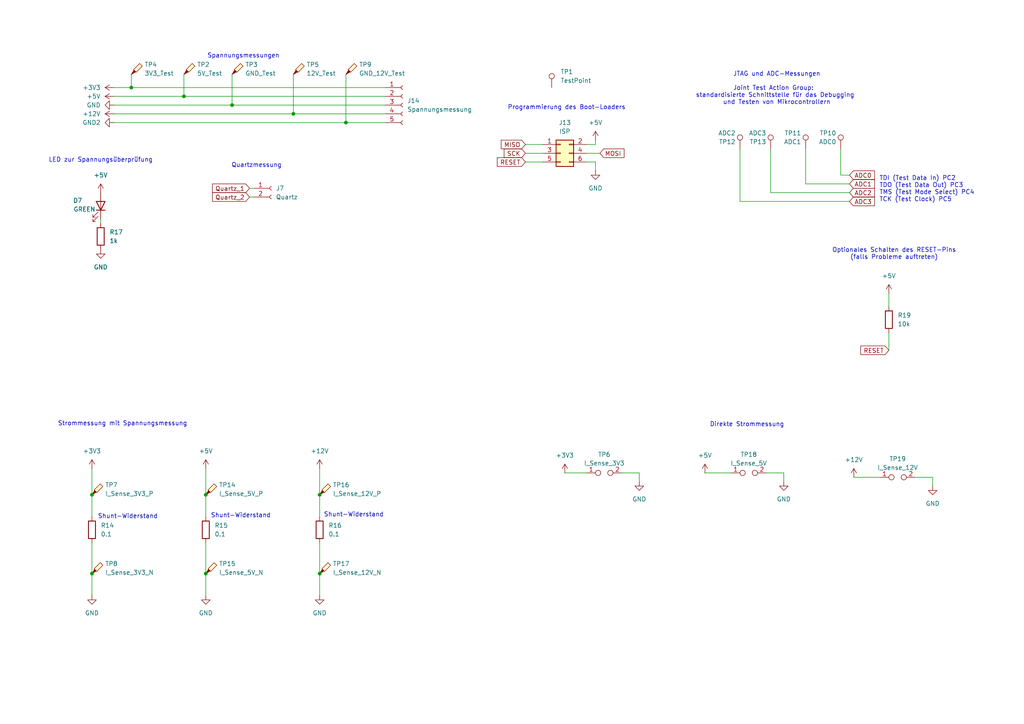
<source format=kicad_sch>
(kicad_sch (version 20231120) (generator "eeschema") (generator_version "8.0")
  (paper "A4")
  (lib_symbols
    (symbol "Connector:Conn_01x02_Socket" (pin_names (offset 1.016) hide)
      (property "Reference" "J" (at 0 2.54 0))
      (property "Value" "Conn_01x02_Socket" (at 0 -5.08 0))
      (symbol "Conn_01x02_Socket_1_1"
        (arc (start 0 -2.032) (mid -0.5058 -2.54) (end 0 -3.048) (stroke (width 0.1524)))
        (polyline (pts (xy -1.27 -2.54) (xy -0.508 -2.54)) (stroke (width 0.1524)))
        (polyline (pts (xy -1.27 0) (xy -0.508 0)) (stroke (width 0.1524)))
        (arc (start 0 0.508) (mid -0.5058 0) (end 0 -0.508) (stroke (width 0.1524)))
        (pin passive line (at -5.08 0 0) (length 3.81) (name "Pin_1") (number "1"))
        (pin passive line (at -5.08 -2.54 0) (length 3.81) (name "Pin_2") (number "2"))
      )
    )
    (symbol "Connector:Conn_01x05_Socket" (pin_names (offset 1.016) hide)
      (property "Reference" "J" (at 0 7.62 0))
      (property "Value" "Conn_01x05_Socket" (at 0 -7.62 0))
      (symbol "Conn_01x05_Socket_1_1"
        (arc (start 0 -4.572) (mid -0.5058 -5.08) (end 0 -5.588) (stroke (width 0.1524)))
        (arc (start 0 -2.032) (mid -0.5058 -2.54) (end 0 -3.048) (stroke (width 0.1524)))
        (polyline (pts (xy -1.27 -5.08) (xy -0.508 -5.08)) (stroke (width 0.1524)))
        (polyline (pts (xy -1.27 -2.54) (xy -0.508 -2.54)) (stroke (width 0.1524)))
        (polyline (pts (xy -1.27 0) (xy -0.508 0)) (stroke (width 0.1524)))
        (polyline (pts (xy -1.27 2.54) (xy -0.508 2.54)) (stroke (width 0.1524)))
        (polyline (pts (xy -1.27 5.08) (xy -0.508 5.08)) (stroke (width 0.1524)))
        (arc (start 0 0.508) (mid -0.5058 0) (end 0 -0.508) (stroke (width 0.1524)))
        (arc (start 0 3.048) (mid -0.5058 2.54) (end 0 2.032) (stroke (width 0.1524)))
        (arc (start 0 5.588) (mid -0.5058 5.08) (end 0 4.572) (stroke (width 0.1524)))
        (pin passive line (at -5.08 5.08 0) (length 3.81) (name "Pin_1") (number "1"))
        (pin passive line (at -5.08 2.54 0) (length 3.81) (name "Pin_2") (number "2"))
        (pin passive line (at -5.08 0 0) (length 3.81) (name "Pin_3") (number "3"))
        (pin passive line (at -5.08 -2.54 0) (length 3.81) (name "Pin_4") (number "4"))
        (pin passive line (at -5.08 -5.08 0) (length 3.81) (name "Pin_5") (number "5"))
      )
    )
    (symbol "Connector:TestPoint" (pin_numbers hide) (pin_names (offset 0.762) hide)
      (property "Reference" "TP" (at 0 6.858 0))
      (property "Value" "TestPoint" (at 0 5.08 0))
      (symbol "TestPoint_0_1"
        (circle (center 0 3.302) (radius 0.762))
      )
      (symbol "TestPoint_1_1"
        (pin passive line (at 0 0 90) (length 2.54) (name "1") (number "1"))
      )
    )
    (symbol "Connector:TestPoint_2Pole" (pin_names (offset 0.762) hide)
      (property "Reference" "TP" (at 0 1.524 0))
      (property "Value" "TestPoint_2Pole" (at 0 -1.778 0))
      (symbol "TestPoint_2Pole_0_1"
        (circle (center -1.778 0) (radius 0.762))
        (circle (center 1.778 0) (radius 0.762))
        (pin passive line (at -5.08 0 0) (length 2.54) (name "1") (number "1"))
        (pin passive line (at 5.08 0 180) (length 2.54) (name "2") (number "2"))
      )
    )
    (symbol "Connector:TestPoint_Probe" (pin_numbers hide) (pin_names (offset 0.762) hide)
      (property "Reference" "TP" (at 1.651 5.842 0))
      (property "Value" "TestPoint_Probe" (at 1.651 4.064 0))
      (symbol "TestPoint_Probe_0_1"
        (polyline (pts (xy 1.27 0.762) (xy 0 0) (xy 0.762 1.27) (xy 1.27 0.762)) (fill (type outline)))
        (polyline (pts (xy 1.397 0.635) (xy 0.635 1.397) (xy 2.413 3.175) (xy 3.175 2.413) (xy 1.397 0.635)) (fill (type background)))
      )
      (symbol "TestPoint_Probe_1_1"
        (pin passive line (at 0 0 90) (length 0) (name "1") (number "1"))
      )
    )
    (symbol "Connector_Generic:Conn_02x03_Odd_Even" (pin_names (offset 1.016) hide)
      (property "Reference" "J" (at 1.27 5.08 0))
      (property "Value" "Conn_02x03_Odd_Even" (at 1.27 -5.08 0))
      (symbol "Conn_02x03_Odd_Even_1_1"
        (rectangle (start -1.27 -2.413) (end 0 -2.667) (stroke (width 0.1524)))
        (rectangle (start -1.27 0.127) (end 0 -0.127) (stroke (width 0.1524)))
        (rectangle (start -1.27 2.667) (end 0 2.413) (stroke (width 0.1524)))
        (rectangle (start -1.27 3.81) (end 3.81 -3.81) (stroke (width 0.254)) (fill (type background)))
        (rectangle (start 3.81 -2.413) (end 2.54 -2.667) (stroke (width 0.1524)))
        (rectangle (start 3.81 0.127) (end 2.54 -0.127) (stroke (width 0.1524)))
        (rectangle (start 3.81 2.667) (end 2.54 2.413) (stroke (width 0.1524)))
        (pin passive line (at -5.08 2.54 0) (length 3.81) (name "Pin_1") (number "1"))
        (pin passive line (at 7.62 2.54 180) (length 3.81) (name "Pin_2") (number "2"))
        (pin passive line (at -5.08 0 0) (length 3.81) (name "Pin_3") (number "3"))
        (pin passive line (at 7.62 0 180) (length 3.81) (name "Pin_4") (number "4"))
        (pin passive line (at -5.08 -2.54 0) (length 3.81) (name "Pin_5") (number "5"))
        (pin passive line (at 7.62 -2.54 180) (length 3.81) (name "Pin_6") (number "6"))
      )
    )
    (symbol "Device:LED" (pin_numbers hide) (pin_names (offset 1.016) hide)
      (property "Reference" "D" (at 0 2.54 0))
      (property "Value" "LED" (at 0 -2.54 0))
      (symbol "LED_0_1"
        (polyline (pts (xy -1.27 -1.27) (xy -1.27 1.27)) (stroke (width 0.254)))
        (polyline (pts (xy -1.27 0) (xy 1.27 0)))
        (polyline (pts (xy 1.27 -1.27) (xy 1.27 1.27) (xy -1.27 0) (xy 1.27 -1.27)) (stroke (width 0.254)))
        (polyline (pts (xy -3.048 -0.762) (xy -4.572 -2.286) (xy -3.81 -2.286) (xy -4.572 -2.286) (xy -4.572 -1.524)))
        (polyline (pts (xy -1.778 -0.762) (xy -3.302 -2.286) (xy -2.54 -2.286) (xy -3.302 -2.286) (xy -3.302 -1.524)))
      )
      (symbol "LED_1_1"
        (pin passive line (at -3.81 0 0) (length 2.54) (name "K") (number "1"))
        (pin passive line (at 3.81 0 180) (length 2.54) (name "A") (number "2"))
      )
    )
    (symbol "Device:R" (pin_numbers hide) (pin_names (offset 0))
      (property "Reference" "R" (at 2.032 0 90))
      (property "Value" "R" (at 0 0 90))
      (symbol "R_0_1"
        (rectangle (start -1.016 -2.54) (end 1.016 2.54) (stroke (width 0.254)))
      )
      (symbol "R_1_1"
        (pin passive line (at 0 3.81 270) (length 1.27) (name "~") (number "1"))
        (pin passive line (at 0 -3.81 90) (length 1.27) (name "~") (number "2"))
      )
    )
    (symbol "power:+12V" (power) (pin_numbers hide) (pin_names (offset 0) hide)
      (property "Value" "+12V" (at 0 3.556 0))
      (symbol "+12V_0_1"
        (polyline (pts (xy -0.762 1.27) (xy 0 2.54)))
        (polyline (pts (xy 0 0) (xy 0 2.54)))
        (polyline (pts (xy 0 2.54) (xy 0.762 1.27)))
      )
      (symbol "+12V_1_1"
        (pin power_in line (at 0 0 90) (length 0) (name "~") (number "1"))
      )
    )
    (symbol "power:+3V3" (power) (pin_numbers hide) (pin_names (offset 0) hide)
      (property "Value" "+3V3" (at 0 3.556 0))
      (symbol "+3V3_0_1"
        (polyline (pts (xy -0.762 1.27) (xy 0 2.54)))
        (polyline (pts (xy 0 0) (xy 0 2.54)))
        (polyline (pts (xy 0 2.54) (xy 0.762 1.27)))
      )
      (symbol "+3V3_1_1"
        (pin power_in line (at 0 0 90) (length 0) (name "~") (number "1"))
      )
    )
    (symbol "power:+5V" (power) (pin_numbers hide) (pin_names (offset 0) hide)
      (property "Value" "+5V" (at 0 3.556 0))
      (symbol "+5V_0_1"
        (polyline (pts (xy -0.762 1.27) (xy 0 2.54)))
        (polyline (pts (xy 0 0) (xy 0 2.54)))
        (polyline (pts (xy 0 2.54) (xy 0.762 1.27)))
      )
      (symbol "+5V_1_1"
        (pin power_in line (at 0 0 90) (length 0) (name "~") (number "1"))
      )
    )
    (symbol "power:GND" (power) (pin_numbers hide) (pin_names (offset 0) hide)
      (property "Value" "GND" (at 0 -3.81 0))
      (symbol "GND_0_1"
        (polyline (pts (xy 0 0) (xy 0 -1.27) (xy 1.27 -1.27) (xy 0 -2.54) (xy -1.27 -1.27) (xy 0 -1.27)))
      )
      (symbol "GND_1_1"
        (pin power_in line (at 0 0 270) (length 0) (name "~") (number "1"))
      )
    )
    (symbol "power:GND2" (power) (pin_numbers hide) (pin_names (offset 0) hide)
      (property "Value" "GND2" (at 0 -3.81 0))
      (symbol "GND2_0_1"
        (polyline (pts (xy 0 0) (xy 0 -1.27) (xy 1.27 -1.27) (xy 0 -2.54) (xy -1.27 -1.27) (xy 0 -1.27)))
      )
      (symbol "GND2_1_1"
        (pin power_in line (at 0 0 270) (length 0) (name "~") (number "1"))
      )
    )
  )
  (junction (at 26.67 166.37))
  (junction (at 53.34 27.94))
  (junction (at 67.31 30.48))
  (junction (at 92.71 143.51))
  (junction (at 100.33 35.56))
  (junction (at 85.09 33.02))
  (junction (at 38.1 25.4))
  (junction (at 26.67 143.51))
  (junction (at 92.71 166.37))
  (junction (at 59.69 166.37))
  (junction (at 59.69 143.51))
  (wire (pts (xy 163.83 137.16) (xy 170.18 137.16)))
  (wire (pts (xy 246.38 55.88) (xy 223.52 55.88)))
  (wire (pts (xy 257.81 85.09) (xy 257.81 88.9)))
  (wire (pts (xy 67.31 21.59) (xy 67.31 30.48)))
  (wire (pts (xy 172.72 41.91) (xy 172.72 40.64)))
  (wire (pts (xy 26.67 135.89) (xy 26.67 143.51)))
  (wire (pts (xy 170.18 41.91) (xy 172.72 41.91)))
  (wire (pts (xy 85.09 33.02) (xy 111.76 33.02)))
  (wire (pts (xy 223.52 43.18) (xy 223.52 55.88)))
  (wire (pts (xy 204.47 137.16) (xy 212.09 137.16)))
  (wire (pts (xy 100.33 21.59) (xy 100.33 35.56)))
  (wire (pts (xy 38.1 25.4) (xy 111.76 25.4)))
  (wire (pts (xy 92.71 135.89) (xy 92.71 143.51)))
  (wire (pts (xy 59.69 157.48) (xy 59.69 166.37)))
  (wire (pts (xy 85.09 21.59) (xy 85.09 33.02)))
  (wire (pts (xy 33.02 27.94) (xy 53.34 27.94)))
  (wire (pts (xy 270.51 138.43) (xy 265.43 138.43)))
  (wire (pts (xy 67.31 30.48) (xy 111.76 30.48)))
  (wire (pts (xy 33.02 35.56) (xy 100.33 35.56)))
  (wire (pts (xy 72.39 57.15) (xy 73.66 57.15)))
  (wire (pts (xy 100.33 35.56) (xy 111.76 35.56)))
  (wire (pts (xy 59.69 143.51) (xy 59.69 149.86)))
  (wire (pts (xy 152.4 46.99) (xy 157.48 46.99)))
  (wire (pts (xy 214.63 43.18) (xy 214.63 58.42)))
  (wire (pts (xy 227.33 137.16) (xy 222.25 137.16)))
  (wire (pts (xy 92.71 143.51) (xy 92.71 149.86)))
  (wire (pts (xy 170.18 44.45) (xy 173.99 44.45)))
  (wire (pts (xy 257.81 96.52) (xy 257.81 101.6)))
  (wire (pts (xy 170.18 46.99) (xy 172.72 46.99)))
  (wire (pts (xy 38.1 21.59) (xy 38.1 25.4)))
  (wire (pts (xy 29.21 63.5) (xy 29.21 64.77)))
  (wire (pts (xy 270.51 140.97) (xy 270.51 138.43)))
  (wire (pts (xy 185.42 137.16) (xy 180.34 137.16)))
  (wire (pts (xy 246.38 50.8) (xy 243.84 50.8)))
  (wire (pts (xy 172.72 46.99) (xy 172.72 49.53)))
  (wire (pts (xy 53.34 21.59) (xy 53.34 27.94)))
  (wire (pts (xy 33.02 33.02) (xy 85.09 33.02)))
  (wire (pts (xy 26.67 166.37) (xy 26.67 172.72)))
  (wire (pts (xy 92.71 157.48) (xy 92.71 166.37)))
  (wire (pts (xy 246.38 53.34) (xy 233.68 53.34)))
  (wire (pts (xy 233.68 43.18) (xy 233.68 53.34)))
  (wire (pts (xy 247.65 138.43) (xy 255.27 138.43)))
  (wire (pts (xy 26.67 157.48) (xy 26.67 166.37)))
  (wire (pts (xy 246.38 58.42) (xy 214.63 58.42)))
  (wire (pts (xy 53.34 27.94) (xy 111.76 27.94)))
  (wire (pts (xy 227.33 139.7) (xy 227.33 137.16)))
  (wire (pts (xy 72.39 54.61) (xy 73.66 54.61)))
  (wire (pts (xy 92.71 166.37) (xy 92.71 172.72)))
  (wire (pts (xy 26.67 143.51) (xy 26.67 149.86)))
  (wire (pts (xy 152.4 44.45) (xy 157.48 44.45)))
  (wire (pts (xy 59.69 166.37) (xy 59.69 172.72)))
  (wire (pts (xy 152.4 41.91) (xy 157.48 41.91)))
  (wire (pts (xy 243.84 43.18) (xy 243.84 50.8)))
  (wire (pts (xy 33.02 30.48) (xy 67.31 30.48)))
  (wire (pts (xy 33.02 25.4) (xy 38.1 25.4)))
  (wire (pts (xy 185.42 139.7) (xy 185.42 137.16)))
  (wire (pts (xy 59.69 135.89) (xy 59.69 143.51)))
  (text "Quartzmessung" (at 74.422 48.006 0) (effects (font (size 1.27 1.27))))
  (text "LED zur Spannungsüberprüfung" (at 29.21 46.482 0) (effects (font (size 1.27 1.27))))
  (text "Strommessung mit Spannungsmessung\n" (at 35.56 122.936 0) (effects (font (size 1.27 1.27))))
  (text "TDI (Test Data In) PC2\nTDO (Test Data Out) PC3\nTMS (Test Mode Select) PC4\nTCK (Test Clock) PC5" (at 255.016 54.864 0) (effects (font (size 1.27 1.27)) (justify left)))
  (text "Shunt-Widerstand" (at 69.85 149.606 0) (effects (font (size 1.27 1.27))))
  (text "Programmierung des Boot-Loaders\n" (at 164.338 31.242 0) (effects (font (size 1.27 1.27))))
  (text "Direkte Strommessung" (at 216.662 123.19 0) (effects (font (size 1.27 1.27))))
  (text "JTAG und ADC-Messungen\n\nJoint Test Action Group:  \nstandardisierte Schnittstelle für das Debugging \nund Testen von Mikrocontrollern\n" (at 225.298 25.654 0) (effects (font (size 1.27 1.27))))
  (text "Shunt-Widerstand" (at 102.616 149.352 0) (effects (font (size 1.27 1.27))))
  (text "Spannungsmessungen" (at 70.612 16.256 0) (effects (font (size 1.27 1.27))))
  (text "Optionales Schalten des RESET-Pins\n(falls Probleme auftreten)\n" (at 259.334 73.66 0) (effects (font (size 1.27 1.27))))
  (text "Shunt-Widerstand" (at 37.084 149.86 0) (effects (font (size 1.27 1.27))))
  (global_label "SCK" (shape input) (at 152.4 44.45 180) (property "Intersheetrefs" "${INTERSHEET_REFS}" (effects (hide yes))))
  (global_label "RESET" (shape input) (at 152.4 46.99 180) (property "Intersheetrefs" "${INTERSHEET_REFS}" (effects (hide yes))))
  (global_label "MISO" (shape input) (at 152.4 41.91 180) (property "Intersheetrefs" "${INTERSHEET_REFS}" (effects (hide yes))))
  (global_label "Quartz_1" (shape input) (at 72.39 54.61 180) (property "Intersheetrefs" "${INTERSHEET_REFS}" (effects (hide yes))))
  (global_label "ADC0" (shape input) (at 246.38 50.8 0) (property "Intersheetrefs" "${INTERSHEET_REFS}" (effects (hide yes))))
  (global_label "ADC3" (shape input) (at 246.38 58.42 0) (property "Intersheetrefs" "${INTERSHEET_REFS}" (effects (hide yes))))
  (global_label "ADC2" (shape input) (at 246.38 55.88 0) (property "Intersheetrefs" "${INTERSHEET_REFS}" (effects (hide yes))))
  (global_label "ADC1" (shape input) (at 246.38 53.34 0) (property "Intersheetrefs" "${INTERSHEET_REFS}" (effects (hide yes))))
  (global_label "Quartz_2" (shape input) (at 72.39 57.15 180) (property "Intersheetrefs" "${INTERSHEET_REFS}" (effects (hide yes))))
  (global_label "RESET" (shape input) (at 257.81 101.6 180) (property "Intersheetrefs" "${INTERSHEET_REFS}" (effects (hide yes))))
  (global_label "MOSI" (shape input) (at 173.99 44.45 0) (property "Intersheetrefs" "${INTERSHEET_REFS}" (effects (hide yes))))
  (symbol (lib_id "Connector:TestPoint_Probe") (at 59.69 166.37 0) (unit 1)
    (property "Reference" "TP15" (at 63.5 163.5124 0) (effects (justify left)))
    (property "Value" "I_Sense_5V_N" (at 63.5 166.0524 0) (effects (justify left)))
    (property "Description" "test point (alternative probe-style design)" (effects (hide yes)))
  )
  (symbol (lib_id "Connector:TestPoint_2Pole") (at 175.26 137.16 0) (unit 1)
    (property "Reference" "TP6" (at 175.26 131.826 0))
    (property "Value" "I_Sense_3V3" (at 175.26 134.366 0))
    (property "Description" "2-polar test point" (effects (hide yes)))
  )
  (symbol (lib_id "power:+5V") (at 29.21 55.88 0) (unit 1)
    (property "Reference" "#PWR067" (effects (hide yes)))
    (property "Value" "+5V" (at 29.21 50.8 0))
    (property "Description" "Power symbol creates a global label with name \"+5V\"" (effects (hide yes)))
  )
  (symbol (lib_id "power:GND2") (at 33.02 35.56 270) (unit 1)
    (property "Reference" "#PWR05" (effects (hide yes)))
    (property "Value" "GND2" (at 29.21 35.5599 90) (effects (justify right)))
    (property "Description" "Power symbol creates a global label with name \"GND2\" , ground" (effects (hide yes)))
  )
  (symbol (lib_id "Connector:TestPoint_Probe") (at 100.33 21.59 0) (unit 1)
    (property "Reference" "TP9" (at 104.14 18.7324 0) (effects (justify left)))
    (property "Value" "GND_12V_Test" (at 104.14 21.2724 0) (effects (justify left)))
    (property "Description" "test point (alternative probe-style design)" (effects (hide yes)))
  )
  (symbol (lib_id "Connector:TestPoint_Probe") (at 59.69 143.51 0) (unit 1)
    (property "Reference" "TP14" (at 63.5 140.6524 0) (effects (justify left)))
    (property "Value" "I_Sense_5V_P" (at 63.5 143.1924 0) (effects (justify left)))
    (property "Description" "test point (alternative probe-style design)" (effects (hide yes)))
  )
  (symbol (lib_id "Device:R") (at 257.81 92.71 0) (unit 1)
    (property "Reference" "R19" (at 260.35 91.4399 0) (effects (justify left)))
    (property "Value" "10k" (at 260.35 93.9799 0) (effects (justify left)))
    (property "Description" "Resistor" (effects (hide yes)))
  )
  (symbol (lib_id "power:GND") (at 172.72 49.53 0) (unit 1)
    (property "Reference" "#PWR048" (effects (hide yes)))
    (property "Value" "GND" (at 172.72 54.61 0))
    (property "Description" "Power symbol creates a global label with name \"GND\" , ground" (effects (hide yes)))
  )
  (symbol (lib_id "Device:R") (at 92.71 153.67 0) (unit 1)
    (property "Reference" "R16" (at 95.25 152.3999 0) (effects (justify left)))
    (property "Value" "0.1" (at 95.25 154.9399 0) (effects (justify left)))
    (property "Description" "Resistor" (effects (hide yes)))
  )
  (symbol (lib_id "power:GND") (at 59.69 172.72 0) (unit 1)
    (property "Reference" "#PWR055" (effects (hide yes)))
    (property "Value" "GND" (at 59.69 177.8 0))
    (property "Description" "Power symbol creates a global label with name \"GND\" , ground" (effects (hide yes)))
  )
  (symbol (lib_id "Connector:TestPoint") (at 160.02 25.4 0) (unit 1)
    (property "Reference" "TP1" (at 162.56 20.8279 0) (effects (justify left)))
    (property "Value" "TestPoint" (at 162.56 23.3679 0) (effects (justify left)))
    (property "Description" "test point" (effects (hide yes)))
  )
  (symbol (lib_id "power:GND") (at 33.02 30.48 270) (unit 1)
    (property "Reference" "#PWR043" (effects (hide yes)))
    (property "Value" "GND" (at 29.21 30.4799 90) (effects (justify right)))
    (property "Description" "Power symbol creates a global label with name \"GND\" , ground" (effects (hide yes)))
  )
  (symbol (lib_id "Connector:TestPoint") (at 214.63 43.18 0) (unit 1)
    (property "Reference" "TP12" (at 213.36 41.148 0) (effects (justify right)))
    (property "Value" "ADC2" (at 213.36 38.608 0) (effects (justify right)))
    (property "Description" "test point" (effects (hide yes)))
  )
  (symbol (lib_id "power:+5V") (at 172.72 40.64 0) (unit 1)
    (property "Reference" "#PWR047" (effects (hide yes)))
    (property "Value" "+5V" (at 172.72 35.56 0))
    (property "Description" "Power symbol creates a global label with name \"+5V\"" (effects (hide yes)))
  )
  (symbol (lib_id "power:+12V") (at 92.71 135.89 0) (unit 1)
    (property "Reference" "#PWR054" (effects (hide yes)))
    (property "Value" "+12V" (at 92.71 130.81 0))
    (property "Description" "Power symbol creates a global label with name \"+12V\"" (effects (hide yes)))
  )
  (symbol (lib_id "Connector:TestPoint_2Pole") (at 217.17 137.16 0) (unit 1)
    (property "Reference" "TP18" (at 217.17 131.826 0))
    (property "Value" "I_Sense_5V" (at 217.17 134.366 0))
    (property "Description" "2-polar test point" (effects (hide yes)))
  )
  (symbol (lib_id "Connector:TestPoint_2Pole") (at 260.35 138.43 0) (unit 1)
    (property "Reference" "TP19" (at 260.35 133.096 0))
    (property "Value" "I_Sense_12V" (at 260.35 135.636 0))
    (property "Description" "2-polar test point" (effects (hide yes)))
  )
  (symbol (lib_id "Connector:Conn_01x05_Socket") (at 116.84 30.48 0) (unit 1)
    (property "Reference" "J14" (at 118.11 29.2099 0) (effects (justify left)))
    (property "Value" "Spannungsmessung" (at 118.11 31.7499 0) (effects (justify left)))
    (property "Description" "Generic connector, single row, 01x05, script generated" (effects (hide yes)))
  )
  (symbol (lib_id "power:GND") (at 29.21 72.39 0) (unit 1)
    (property "Reference" "#PWR068" (effects (hide yes)))
    (property "Value" "GND" (at 29.21 77.47 0))
    (property "Description" "Power symbol creates a global label with name \"GND\" , ground" (effects (hide yes)))
  )
  (symbol (lib_id "power:GND") (at 227.33 139.7 0) (unit 1)
    (property "Reference" "#PWR062" (effects (hide yes)))
    (property "Value" "GND" (at 227.33 144.78 0))
    (property "Description" "Power symbol creates a global label with name \"GND\" , ground" (effects (hide yes)))
  )
  (symbol (lib_id "power:+12V") (at 33.02 33.02 90) (unit 1)
    (property "Reference" "#PWR066" (effects (hide yes)))
    (property "Value" "+12V" (at 29.21 33.0199 90) (effects (justify left)))
    (property "Description" "Power symbol creates a global label with name \"+12V\"" (effects (hide yes)))
  )
  (symbol (lib_id "Connector:TestPoint_Probe") (at 85.09 21.59 0) (unit 1)
    (property "Reference" "TP5" (at 88.9 18.7324 0) (effects (justify left)))
    (property "Value" "12V_Test" (at 88.9 21.2724 0) (effects (justify left)))
    (property "Footprint" "TestPoint:TestPoint_Pad_D3.0mm" (effects (hide yes)))
    (property "Description" "test point (alternative probe-style design)" (effects (hide yes)))
  )
  (symbol (lib_id "Connector:TestPoint_Probe") (at 92.71 166.37 0) (unit 1)
    (property "Reference" "TP17" (at 96.52 163.5124 0) (effects (justify left)))
    (property "Value" "I_Sense_12V_N" (at 96.52 166.0524 0) (effects (justify left)))
    (property "Description" "test point (alternative probe-style design)" (effects (hide yes)))
  )
  (symbol (lib_id "Connector:TestPoint_Probe") (at 92.71 143.51 0) (unit 1)
    (property "Reference" "TP16" (at 96.52 140.6524 0) (effects (justify left)))
    (property "Value" "I_Sense_12V_P" (at 96.52 143.1924 0) (effects (justify left)))
    (property "Description" "test point (alternative probe-style design)" (effects (hide yes)))
  )
  (symbol (lib_id "power:GND") (at 92.71 172.72 0) (unit 1)
    (property "Reference" "#PWR057" (effects (hide yes)))
    (property "Value" "GND" (at 92.71 177.8 0))
    (property "Description" "Power symbol creates a global label with name \"GND\" , ground" (effects (hide yes)))
  )
  (symbol (lib_id "Connector:TestPoint") (at 233.68 43.18 0) (mirror y) (unit 1)
    (property "Reference" "TP11" (at 232.41 38.608 0) (effects (justify left)))
    (property "Value" "ADC1" (at 232.41 41.148 0) (effects (justify left)))
    (property "Description" "test point" (effects (hide yes)))
  )
  (symbol (lib_id "power:+3V3") (at 26.67 135.89 0) (unit 1)
    (property "Reference" "#PWR026" (effects (hide yes)))
    (property "Value" "+3V3" (at 26.67 130.81 0))
    (property "Description" "Power symbol creates a global label with name \"+3V3\"" (effects (hide yes)))
  )
  (symbol (lib_id "Connector:TestPoint") (at 223.52 43.18 0) (unit 1)
    (property "Reference" "TP13" (at 222.25 41.148 0) (effects (justify right)))
    (property "Value" "ADC3" (at 222.25 38.608 0) (effects (justify right)))
    (property "Description" "test point" (effects (hide yes)))
  )
  (symbol (lib_id "Connector:Conn_01x02_Socket") (at 78.74 54.61 0) (unit 1)
    (property "Reference" "J7" (at 80.01 54.6099 0) (effects (justify left)))
    (property "Value" "Quartz" (at 80.01 57.1499 0) (effects (justify left)))
    (property "Description" "Generic connector, single row, 01x02, script generated" (effects (hide yes)))
  )
  (symbol (lib_id "Connector:TestPoint_Probe") (at 67.31 21.59 0) (unit 1)
    (property "Reference" "TP3" (at 71.12 18.7324 0) (effects (justify left)))
    (property "Value" "GND_Test" (at 71.12 21.2724 0) (effects (justify left)))
    (property "Footprint" "TestPoint:TestPoint_Pad_D3.0mm" (effects (hide yes)))
    (property "Description" "test point (alternative probe-style design)" (effects (hide yes)))
  )
  (symbol (lib_id "power:+5V") (at 204.47 137.16 0) (unit 1)
    (property "Reference" "#PWR060" (effects (hide yes)))
    (property "Value" "+5V" (at 204.47 132.08 0))
    (property "Description" "Power symbol creates a global label with name \"+5V\"" (effects (hide yes)))
  )
  (symbol (lib_id "power:GND") (at 26.67 172.72 0) (unit 1)
    (property "Reference" "#PWR053" (effects (hide yes)))
    (property "Value" "GND" (at 26.67 177.8 0))
    (property "Description" "Power symbol creates a global label with name \"GND\" , ground" (effects (hide yes)))
  )
  (symbol (lib_id "power:GND") (at 270.51 140.97 0) (unit 1)
    (property "Reference" "#PWR063" (effects (hide yes)))
    (property "Value" "GND" (at 270.51 146.05 0))
    (property "Description" "Power symbol creates a global label with name \"GND\" , ground" (effects (hide yes)))
  )
  (symbol (lib_id "power:+5V") (at 257.81 85.09 0) (unit 1)
    (property "Reference" "#PWR069" (effects (hide yes)))
    (property "Value" "+5V" (at 257.81 80.01 0))
    (property "Description" "Power symbol creates a global label with name \"+5V\"" (effects (hide yes)))
  )
  (symbol (lib_id "Connector:TestPoint") (at 243.84 43.18 0) (mirror y) (unit 1)
    (property "Reference" "TP10" (at 242.57 38.608 0) (effects (justify left)))
    (property "Value" "ADC0" (at 242.57 41.148 0) (effects (justify left)))
    (property "Description" "test point" (effects (hide yes)))
  )
  (symbol (lib_id "power:+12V") (at 247.65 138.43 0) (unit 1)
    (property "Reference" "#PWR061" (effects (hide yes)))
    (property "Value" "+12V" (at 247.65 133.35 0))
    (property "Description" "Power symbol creates a global label with name \"+12V\"" (effects (hide yes)))
  )
  (symbol (lib_id "Connector_Generic:Conn_02x03_Odd_Even") (at 162.56 44.45 0) (unit 1)
    (property "Reference" "J13" (at 163.83 35.56 0))
    (property "Value" "ISP" (at 163.83 38.1 0))
    (property "Description" "Generic connector, double row, 02x03, odd/even pin numbering scheme (row 1 odd numbers, row 2 even numbers), script generated (kicad-library-utils/schlib/autogen/connector/)" (effects (hide yes)))
  )
  (symbol (lib_id "power:+3V3") (at 163.83 137.16 0) (unit 1)
    (property "Reference" "#PWR058" (effects (hide yes)))
    (property "Value" "+3V3" (at 163.83 132.08 0))
    (property "Description" "Power symbol creates a global label with name \"+3V3\"" (effects (hide yes)))
  )
  (symbol (lib_id "power:GND") (at 185.42 139.7 0) (unit 1)
    (property "Reference" "#PWR059" (effects (hide yes)))
    (property "Value" "GND" (at 185.42 144.78 0))
    (property "Description" "Power symbol creates a global label with name \"GND\" , ground" (effects (hide yes)))
  )
  (symbol (lib_id "Device:R") (at 59.69 153.67 0) (unit 1)
    (property "Reference" "R15" (at 62.23 152.3999 0) (effects (justify left)))
    (property "Value" "0.1" (at 62.23 154.9399 0) (effects (justify left)))
    (property "Description" "Resistor" (effects (hide yes)))
  )
  (symbol (lib_id "Device:LED") (at 29.21 59.69 270) (mirror x) (unit 1)
    (property "Reference" "D7" (at 23.876 58.166 90) (effects (justify right)))
    (property "Value" "GREEN" (at 27.686 60.706 90) (effects (justify right)))
    (property "Footprint" "LED_SMD:LED_0805_2012Metric" (effects (hide yes)))
    (property "Description" "Light emitting diode" (effects (hide yes)))
  )
  (symbol (lib_id "power:+5V") (at 33.02 27.94 90) (unit 1)
    (property "Reference" "#PWR065" (effects (hide yes)))
    (property "Value" "+5V" (at 29.21 27.9399 90) (effects (justify left)))
    (property "Description" "Power symbol creates a global label with name \"+5V\"" (effects (hide yes)))
  )
  (symbol (lib_id "Device:R") (at 29.21 68.58 0) (unit 1)
    (property "Reference" "R17" (at 31.75 67.3099 0) (effects (justify left)))
    (property "Value" "1k" (at 31.75 69.8499 0) (effects (justify left)))
    (property "Footprint" "Resistor_SMD:R_0402_1005Metric" (effects (hide yes)))
    (property "Description" "Resistor" (effects (hide yes)))
  )
  (symbol (lib_id "Connector:TestPoint_Probe") (at 53.34 21.59 0) (unit 1)
    (property "Reference" "TP2" (at 57.15 18.7324 0) (effects (justify left)))
    (property "Value" "5V_Test" (at 57.15 21.2724 0) (effects (justify left)))
    (property "Footprint" "TestPoint:TestPoint_Pad_D3.0mm" (effects (hide yes)))
    (property "Description" "test point (alternative probe-style design)" (effects (hide yes)))
  )
  (symbol (lib_id "Connector:TestPoint_Probe") (at 38.1 21.59 0) (unit 1)
    (property "Reference" "TP4" (at 41.91 18.7324 0) (effects (justify left)))
    (property "Value" "3V3_Test" (at 41.91 21.2724 0) (effects (justify left)))
    (property "Footprint" "TestPoint:TestPoint_Pad_D3.0mm" (effects (hide yes)))
    (property "Description" "test point (alternative probe-style design)" (effects (hide yes)))
  )
  (symbol (lib_id "Device:R") (at 26.67 153.67 0) (unit 1)
    (property "Reference" "R14" (at 29.21 152.3999 0) (effects (justify left)))
    (property "Value" "0.1" (at 29.21 154.9399 0) (effects (justify left)))
    (property "Description" "Resistor" (effects (hide yes)))
  )
  (symbol (lib_id "Connector:TestPoint_Probe") (at 26.67 166.37 0) (unit 1)
    (property "Reference" "TP8" (at 30.48 163.5124 0) (effects (justify left)))
    (property "Value" "I_Sense_3V3_N" (at 30.48 166.0524 0) (effects (justify left)))
    (property "Description" "test point (alternative probe-style design)" (effects (hide yes)))
  )
  (symbol (lib_id "power:+3V3") (at 33.02 25.4 90) (unit 1)
    (property "Reference" "#PWR064" (effects (hide yes)))
    (property "Value" "+3V3" (at 29.21 25.3999 90) (effects (justify left)))
    (property "Description" "Power symbol creates a global label with name \"+3V3\"" (effects (hide yes)))
  )
  (symbol (lib_id "Connector:TestPoint_Probe") (at 26.67 143.51 0) (unit 1)
    (property "Reference" "TP7" (at 30.48 140.6524 0) (effects (justify left)))
    (property "Value" "I_Sense_3V3_P" (at 30.48 143.1924 0) (effects (justify left)))
    (property "Description" "test point (alternative probe-style design)" (effects (hide yes)))
  )
  (symbol (lib_id "power:+5V") (at 59.69 135.89 0) (unit 1)
    (property "Reference" "#PWR056" (effects (hide yes)))
    (property "Value" "+5V" (at 59.69 130.81 0))
    (property "Description" "Power symbol creates a global label with name \"+5V\"" (effects (hide yes)))
  )
)
</source>
